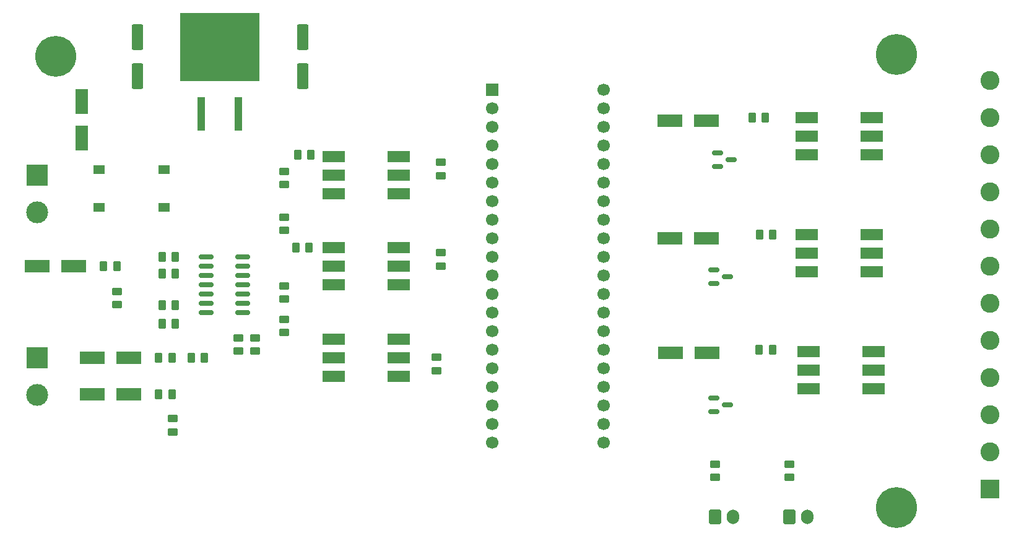
<source format=gbr>
%TF.GenerationSoftware,KiCad,Pcbnew,(6.0.9)*%
%TF.CreationDate,2022-12-21T20:26:07+07:00*%
%TF.ProjectId,3_phase_firing,335f7068-6173-4655-9f66-6972696e672e,rev?*%
%TF.SameCoordinates,Original*%
%TF.FileFunction,Soldermask,Top*%
%TF.FilePolarity,Negative*%
%FSLAX46Y46*%
G04 Gerber Fmt 4.6, Leading zero omitted, Abs format (unit mm)*
G04 Created by KiCad (PCBNEW (6.0.9)) date 2022-12-21 20:26:07*
%MOMM*%
%LPD*%
G01*
G04 APERTURE LIST*
G04 Aperture macros list*
%AMRoundRect*
0 Rectangle with rounded corners*
0 $1 Rounding radius*
0 $2 $3 $4 $5 $6 $7 $8 $9 X,Y pos of 4 corners*
0 Add a 4 corners polygon primitive as box body*
4,1,4,$2,$3,$4,$5,$6,$7,$8,$9,$2,$3,0*
0 Add four circle primitives for the rounded corners*
1,1,$1+$1,$2,$3*
1,1,$1+$1,$4,$5*
1,1,$1+$1,$6,$7*
1,1,$1+$1,$8,$9*
0 Add four rect primitives between the rounded corners*
20,1,$1+$1,$2,$3,$4,$5,0*
20,1,$1+$1,$4,$5,$6,$7,0*
20,1,$1+$1,$6,$7,$8,$9,0*
20,1,$1+$1,$8,$9,$2,$3,0*%
G04 Aperture macros list end*
%ADD10R,3.500000X1.800000*%
%ADD11R,3.100000X1.600000*%
%ADD12RoundRect,0.250000X0.262500X0.450000X-0.262500X0.450000X-0.262500X-0.450000X0.262500X-0.450000X0*%
%ADD13RoundRect,0.250000X0.450000X-0.262500X0.450000X0.262500X-0.450000X0.262500X-0.450000X-0.262500X0*%
%ADD14RoundRect,0.150000X-0.825000X-0.150000X0.825000X-0.150000X0.825000X0.150000X-0.825000X0.150000X0*%
%ADD15C,5.600000*%
%ADD16RoundRect,0.250000X0.550000X-1.500000X0.550000X1.500000X-0.550000X1.500000X-0.550000X-1.500000X0*%
%ADD17R,1.800000X3.500000*%
%ADD18R,1.700000X1.700000*%
%ADD19C,1.700000*%
%ADD20RoundRect,0.150000X-0.587500X-0.150000X0.587500X-0.150000X0.587500X0.150000X-0.587500X0.150000X0*%
%ADD21RoundRect,0.250000X-0.450000X0.262500X-0.450000X-0.262500X0.450000X-0.262500X0.450000X0.262500X0*%
%ADD22RoundRect,0.250000X-0.600000X-0.750000X0.600000X-0.750000X0.600000X0.750000X-0.600000X0.750000X0*%
%ADD23O,1.700000X2.000000*%
%ADD24R,1.500000X1.300000*%
%ADD25RoundRect,0.250000X-0.262500X-0.450000X0.262500X-0.450000X0.262500X0.450000X-0.262500X0.450000X0*%
%ADD26R,3.000000X3.000000*%
%ADD27C,3.000000*%
%ADD28R,1.100000X4.600000*%
%ADD29R,10.800000X9.400000*%
%ADD30R,2.600000X2.600000*%
%ADD31C,2.600000*%
G04 APERTURE END LIST*
D10*
%TO.C,D10*%
X169124000Y-91821000D03*
X164124000Y-91821000D03*
%TD*%
D11*
%TO.C,U3*%
X118055000Y-64960000D03*
X118055000Y-67500000D03*
X118055000Y-70040000D03*
X126945000Y-70040000D03*
X126945000Y-67500000D03*
X126945000Y-64960000D03*
%TD*%
D10*
%TO.C,D6*%
X169060500Y-76120904D03*
X164060500Y-76120904D03*
%TD*%
D12*
%TO.C,R17*%
X114704500Y-77470000D03*
X112879500Y-77470000D03*
%TD*%
%TO.C,R1*%
X88412500Y-80000000D03*
X86587500Y-80000000D03*
%TD*%
D10*
%TO.C,D8*%
X169060500Y-60071000D03*
X164060500Y-60071000D03*
%TD*%
D13*
%TO.C,R14*%
X111252000Y-75080500D03*
X111252000Y-73255500D03*
%TD*%
D11*
%TO.C,U9*%
X182753000Y-59690000D03*
X182753000Y-62230000D03*
X182753000Y-64770000D03*
X191643000Y-64770000D03*
X191643000Y-62230000D03*
X191643000Y-59690000D03*
%TD*%
D14*
%TO.C,U1*%
X100649000Y-78690000D03*
X100649000Y-79960000D03*
X100649000Y-81230000D03*
X100649000Y-82500000D03*
X100649000Y-83770000D03*
X100649000Y-85040000D03*
X100649000Y-86310000D03*
X105599000Y-86310000D03*
X105599000Y-85040000D03*
X105599000Y-83770000D03*
X105599000Y-82500000D03*
X105599000Y-81230000D03*
X105599000Y-79960000D03*
X105599000Y-78690000D03*
%TD*%
D15*
%TO.C,REF\u002A\u002A*%
X195000000Y-113000000D03*
%TD*%
D11*
%TO.C,U7*%
X182753000Y-75692000D03*
X182753000Y-78232000D03*
X182753000Y-80772000D03*
X191643000Y-80772000D03*
X191643000Y-78232000D03*
X191643000Y-75692000D03*
%TD*%
D12*
%TO.C,R16*%
X114958500Y-64770000D03*
X113133500Y-64770000D03*
%TD*%
D13*
%TO.C,R29*%
X180340000Y-108862500D03*
X180340000Y-107037500D03*
%TD*%
%TO.C,R18*%
X111252000Y-89050500D03*
X111252000Y-87225500D03*
%TD*%
D11*
%TO.C,U5*%
X118055000Y-89960000D03*
X118055000Y-92500000D03*
X118055000Y-95040000D03*
X126945000Y-95040000D03*
X126945000Y-92500000D03*
X126945000Y-89960000D03*
%TD*%
D16*
%TO.C,C1*%
X91186000Y-54008000D03*
X91186000Y-48608000D03*
%TD*%
D11*
%TO.C,U11*%
X183007000Y-91694000D03*
X183007000Y-94234000D03*
X183007000Y-96774000D03*
X191897000Y-96774000D03*
X191897000Y-94234000D03*
X191897000Y-91694000D03*
%TD*%
D12*
%TO.C,R7*%
X96416500Y-78740000D03*
X94591500Y-78740000D03*
%TD*%
%TO.C,R5*%
X95912500Y-97500000D03*
X94087500Y-97500000D03*
%TD*%
D17*
%TO.C,D5*%
X83566000Y-57444000D03*
X83566000Y-62444000D03*
%TD*%
D13*
%TO.C,R15*%
X111252000Y-84478500D03*
X111252000Y-82653500D03*
%TD*%
%TO.C,R6*%
X96012000Y-102663000D03*
X96012000Y-100838000D03*
%TD*%
D18*
%TO.C,U6*%
X139700000Y-55880000D03*
D19*
X139700000Y-58420000D03*
X139700000Y-60960000D03*
X139700000Y-63500000D03*
X139700000Y-66040000D03*
X139700000Y-68580000D03*
X139700000Y-71120000D03*
X139700000Y-73660000D03*
X139700000Y-76200000D03*
X139700000Y-78740000D03*
X139700000Y-81280000D03*
X139700000Y-83820000D03*
X139700000Y-86360000D03*
X139700000Y-88900000D03*
X139700000Y-91440000D03*
X139700000Y-93980000D03*
X139700000Y-96520000D03*
X139700000Y-99060000D03*
X139700000Y-101600000D03*
X139700000Y-104140000D03*
X154940000Y-104140000D03*
X154940000Y-101600000D03*
X154940000Y-99060000D03*
X154940000Y-96520000D03*
X154940000Y-93980000D03*
X154940000Y-91440000D03*
X154940000Y-88900000D03*
X154940000Y-86360000D03*
X154940000Y-83820000D03*
X154940000Y-81280000D03*
X154940000Y-78740000D03*
X154940000Y-76200000D03*
X154940000Y-73660000D03*
X154940000Y-71120000D03*
X154940000Y-68580000D03*
X154940000Y-66040000D03*
X154940000Y-63500000D03*
X154940000Y-60960000D03*
X154940000Y-58420000D03*
X154940000Y-55880000D03*
%TD*%
D20*
%TO.C,Q3*%
X170004500Y-97983000D03*
X170004500Y-99883000D03*
X171879500Y-98933000D03*
%TD*%
D15*
%TO.C,REF\u002A\u002A*%
X80000000Y-51308000D03*
%TD*%
D20*
%TO.C,Q1*%
X170004500Y-80457000D03*
X170004500Y-82357000D03*
X171879500Y-81407000D03*
%TD*%
D10*
%TO.C,D2*%
X82500000Y-80000000D03*
X77500000Y-80000000D03*
%TD*%
D21*
%TO.C,R13*%
X111252000Y-67009000D03*
X111252000Y-68834000D03*
%TD*%
D22*
%TO.C,J5*%
X180340000Y-114300000D03*
D23*
X182840000Y-114300000D03*
%TD*%
D24*
%TO.C,D1*%
X94874000Y-71892000D03*
X94874000Y-66792000D03*
X85974000Y-66792000D03*
X85974000Y-71892000D03*
%TD*%
D12*
%TO.C,R4*%
X100377000Y-92506800D03*
X98552000Y-92506800D03*
%TD*%
D25*
%TO.C,R8*%
X94591500Y-81026000D03*
X96416500Y-81026000D03*
%TD*%
D12*
%TO.C,R3*%
X95912500Y-92500000D03*
X94087500Y-92500000D03*
%TD*%
%TO.C,R9*%
X96416500Y-87884000D03*
X94591500Y-87884000D03*
%TD*%
D15*
%TO.C,REF\u002A\u002A*%
X195000000Y-51000000D03*
%TD*%
D11*
%TO.C,U4*%
X118055000Y-77460000D03*
X118055000Y-80000000D03*
X118055000Y-82540000D03*
X126945000Y-82540000D03*
X126945000Y-80000000D03*
X126945000Y-77460000D03*
%TD*%
D13*
%TO.C,R20*%
X132715000Y-79930000D03*
X132715000Y-78105000D03*
%TD*%
D26*
%TO.C,J1*%
X77500000Y-67500000D03*
D27*
X77500000Y-72580000D03*
%TD*%
D20*
%TO.C,Q2*%
X170512500Y-64455000D03*
X170512500Y-66355000D03*
X172387500Y-65405000D03*
%TD*%
D13*
%TO.C,R28*%
X170180000Y-108862500D03*
X170180000Y-107037500D03*
%TD*%
D28*
%TO.C,U2*%
X99960000Y-59150000D03*
D29*
X102500000Y-50000000D03*
D28*
X105040000Y-59150000D03*
%TD*%
D12*
%TO.C,R24*%
X177085000Y-59690000D03*
X175260000Y-59690000D03*
%TD*%
%TO.C,R22*%
X178101000Y-75692000D03*
X176276000Y-75692000D03*
%TD*%
%TO.C,R26*%
X178077500Y-91440000D03*
X176252500Y-91440000D03*
%TD*%
D21*
%TO.C,R11*%
X105003600Y-89765500D03*
X105003600Y-91590500D03*
%TD*%
D13*
%TO.C,R12*%
X107289600Y-91590500D03*
X107289600Y-89765500D03*
%TD*%
D16*
%TO.C,C2*%
X113792000Y-54008000D03*
X113792000Y-48608000D03*
%TD*%
D10*
%TO.C,D3*%
X90000000Y-92500000D03*
X85000000Y-92500000D03*
%TD*%
D30*
%TO.C,J3*%
X207800000Y-110440000D03*
D31*
X207800000Y-105360000D03*
X207800000Y-100280000D03*
X207800000Y-95200000D03*
X207800000Y-90120000D03*
X207800000Y-85040000D03*
X207800000Y-79960000D03*
X207800000Y-74880000D03*
X207800000Y-69800000D03*
X207800000Y-64720000D03*
X207800000Y-59640000D03*
X207800000Y-54560000D03*
%TD*%
D25*
%TO.C,R10*%
X94591500Y-85344000D03*
X96416500Y-85344000D03*
%TD*%
D22*
%TO.C,J4*%
X170180000Y-114300000D03*
D23*
X172680000Y-114300000D03*
%TD*%
D13*
%TO.C,R2*%
X88392000Y-85240500D03*
X88392000Y-83415500D03*
%TD*%
D10*
%TO.C,D4*%
X90000000Y-97500000D03*
X85000000Y-97500000D03*
%TD*%
D21*
%TO.C,R21*%
X132080000Y-92432500D03*
X132080000Y-94257500D03*
%TD*%
D13*
%TO.C,R19*%
X132715000Y-67587500D03*
X132715000Y-65762500D03*
%TD*%
D26*
%TO.C,J2*%
X77500000Y-92500000D03*
D27*
X77500000Y-97580000D03*
%TD*%
M02*

</source>
